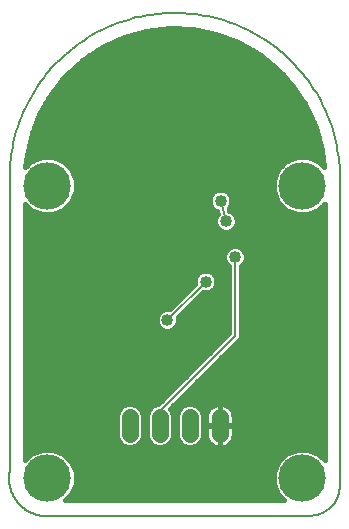
<source format=gbl>
G75*
%MOIN*%
%OFA0B0*%
%FSLAX25Y25*%
%IPPOS*%
%LPD*%
%AMOC8*
5,1,8,0,0,1.08239X$1,22.5*
%
%ADD10C,0.00500*%
%ADD11C,0.05543*%
%ADD12C,0.15811*%
%ADD13C,0.01600*%
%ADD14C,0.04000*%
%ADD15C,0.00700*%
D10*
X0001800Y0016800D02*
X0001800Y0116800D01*
X0001877Y0118139D01*
X0001987Y0119475D01*
X0002129Y0120808D01*
X0002304Y0122137D01*
X0002511Y0123462D01*
X0002750Y0124781D01*
X0003021Y0126095D01*
X0003324Y0127401D01*
X0003659Y0128699D01*
X0004026Y0129989D01*
X0004423Y0131269D01*
X0004852Y0132540D01*
X0005312Y0133799D01*
X0005802Y0135047D01*
X0006322Y0136283D01*
X0006872Y0137505D01*
X0007452Y0138714D01*
X0008061Y0139909D01*
X0008699Y0141088D01*
X0009366Y0142251D01*
X0010061Y0143398D01*
X0010783Y0144528D01*
X0011533Y0145639D01*
X0012309Y0146732D01*
X0013112Y0147806D01*
X0013941Y0148860D01*
X0014795Y0149893D01*
X0015675Y0150906D01*
X0016578Y0151896D01*
X0017506Y0152865D01*
X0018456Y0153810D01*
X0019430Y0154732D01*
X0020426Y0155630D01*
X0021443Y0156504D01*
X0022481Y0157352D01*
X0023539Y0158175D01*
X0024618Y0158972D01*
X0025715Y0159742D01*
X0026831Y0160486D01*
X0027964Y0161202D01*
X0029115Y0161890D01*
X0030282Y0162550D01*
X0031465Y0163182D01*
X0032663Y0163784D01*
X0033875Y0164357D01*
X0035101Y0164901D01*
X0036339Y0165414D01*
X0037590Y0165897D01*
X0038852Y0166349D01*
X0040125Y0166771D01*
X0041408Y0167162D01*
X0042699Y0167521D01*
X0044000Y0167848D01*
X0045307Y0168144D01*
X0046622Y0168408D01*
X0047943Y0168640D01*
X0049268Y0168839D01*
X0050599Y0169007D01*
X0051933Y0169141D01*
X0053270Y0169244D01*
X0054609Y0169313D01*
X0055949Y0169350D01*
X0057290Y0169355D01*
X0058630Y0169327D01*
X0059970Y0169266D01*
X0061307Y0169172D01*
X0062642Y0169046D01*
X0063973Y0168888D01*
X0065300Y0168697D01*
X0066623Y0168474D01*
X0067939Y0168218D01*
X0069248Y0167931D01*
X0070551Y0167612D01*
X0071845Y0167262D01*
X0073130Y0166879D01*
X0074406Y0166466D01*
X0075671Y0166022D01*
X0076925Y0165547D01*
X0078167Y0165042D01*
X0079396Y0164507D01*
X0080612Y0163941D01*
X0081813Y0163347D01*
X0083000Y0162723D01*
X0084172Y0162071D01*
X0085327Y0161390D01*
X0086465Y0160682D01*
X0087586Y0159945D01*
X0088688Y0159182D01*
X0089772Y0158392D01*
X0090836Y0157576D01*
X0091879Y0156735D01*
X0092902Y0155868D01*
X0093904Y0154977D01*
X0094883Y0154061D01*
X0095840Y0153122D01*
X0096774Y0152160D01*
X0097684Y0151175D01*
X0098570Y0150169D01*
X0099431Y0149141D01*
X0100267Y0148092D01*
X0101077Y0147024D01*
X0101860Y0145936D01*
X0102617Y0144829D01*
X0103347Y0143705D01*
X0104049Y0142562D01*
X0104724Y0141403D01*
X0105369Y0140228D01*
X0105986Y0139038D01*
X0106574Y0137833D01*
X0107133Y0136614D01*
X0107661Y0135382D01*
X0108159Y0134137D01*
X0108627Y0132880D01*
X0109064Y0131613D01*
X0109470Y0130335D01*
X0109845Y0129048D01*
X0110188Y0127752D01*
X0110500Y0126447D01*
X0110780Y0125136D01*
X0111028Y0123819D01*
X0111244Y0122495D01*
X0111427Y0121167D01*
X0111578Y0119835D01*
X0111697Y0118499D01*
X0111783Y0117161D01*
X0111836Y0115821D01*
X0111857Y0114481D01*
X0111845Y0113140D01*
X0111800Y0111800D01*
X0111800Y0011800D01*
X0111797Y0011558D01*
X0111788Y0011317D01*
X0111774Y0011076D01*
X0111753Y0010835D01*
X0111727Y0010595D01*
X0111695Y0010355D01*
X0111657Y0010116D01*
X0111614Y0009879D01*
X0111564Y0009642D01*
X0111509Y0009407D01*
X0111449Y0009173D01*
X0111382Y0008941D01*
X0111311Y0008710D01*
X0111233Y0008481D01*
X0111150Y0008254D01*
X0111062Y0008029D01*
X0110968Y0007806D01*
X0110869Y0007586D01*
X0110764Y0007368D01*
X0110655Y0007153D01*
X0110540Y0006940D01*
X0110420Y0006730D01*
X0110295Y0006524D01*
X0110165Y0006320D01*
X0110030Y0006119D01*
X0109890Y0005922D01*
X0109746Y0005728D01*
X0109597Y0005538D01*
X0109443Y0005352D01*
X0109285Y0005169D01*
X0109123Y0004990D01*
X0108956Y0004815D01*
X0108785Y0004644D01*
X0108610Y0004477D01*
X0108431Y0004315D01*
X0108248Y0004157D01*
X0108062Y0004003D01*
X0107872Y0003854D01*
X0107678Y0003710D01*
X0107481Y0003570D01*
X0107280Y0003435D01*
X0107076Y0003305D01*
X0106870Y0003180D01*
X0106660Y0003060D01*
X0106447Y0002945D01*
X0106232Y0002836D01*
X0106014Y0002731D01*
X0105794Y0002632D01*
X0105571Y0002538D01*
X0105346Y0002450D01*
X0105119Y0002367D01*
X0104890Y0002289D01*
X0104659Y0002218D01*
X0104427Y0002151D01*
X0104193Y0002091D01*
X0103958Y0002036D01*
X0103721Y0001986D01*
X0103484Y0001943D01*
X0103245Y0001905D01*
X0103005Y0001873D01*
X0102765Y0001847D01*
X0102524Y0001826D01*
X0102283Y0001812D01*
X0102042Y0001803D01*
X0101800Y0001800D01*
X0011800Y0001800D01*
X0011499Y0001864D01*
X0011199Y0001935D01*
X0010901Y0002013D01*
X0010605Y0002099D01*
X0010311Y0002192D01*
X0010020Y0002292D01*
X0009731Y0002399D01*
X0009445Y0002513D01*
X0009161Y0002634D01*
X0008881Y0002761D01*
X0008604Y0002895D01*
X0008330Y0003036D01*
X0008059Y0003184D01*
X0007793Y0003338D01*
X0007530Y0003498D01*
X0007271Y0003665D01*
X0007016Y0003838D01*
X0006765Y0004017D01*
X0006519Y0004202D01*
X0006277Y0004393D01*
X0006040Y0004590D01*
X0005808Y0004792D01*
X0005581Y0005000D01*
X0005358Y0005214D01*
X0005141Y0005433D01*
X0004930Y0005656D01*
X0004724Y0005885D01*
X0004523Y0006119D01*
X0004328Y0006358D01*
X0004139Y0006601D01*
X0003956Y0006849D01*
X0003779Y0007101D01*
X0003608Y0007357D01*
X0003444Y0007618D01*
X0003285Y0007882D01*
X0003134Y0008150D01*
X0002988Y0008422D01*
X0002849Y0008697D01*
X0002717Y0008975D01*
X0002592Y0009256D01*
X0002474Y0009541D01*
X0002362Y0009828D01*
X0002258Y0010118D01*
X0002160Y0010410D01*
X0002070Y0010704D01*
X0001986Y0011001D01*
X0001910Y0011300D01*
X0001841Y0011600D01*
X0001780Y0011902D01*
X0001725Y0012205D01*
X0001678Y0012509D01*
X0001639Y0012815D01*
X0001607Y0013121D01*
X0001582Y0013428D01*
X0001564Y0013736D01*
X0001555Y0014044D01*
X0001552Y0014352D01*
X0001557Y0014660D01*
X0001569Y0014968D01*
X0001589Y0015275D01*
X0001617Y0015582D01*
X0001651Y0015888D01*
X0001693Y0016193D01*
X0001743Y0016497D01*
X0001800Y0016800D01*
D11*
X0041800Y0029028D02*
X0041800Y0034572D01*
X0051800Y0034572D02*
X0051800Y0029028D01*
X0061800Y0029028D02*
X0061800Y0034572D01*
X0071800Y0034572D02*
X0071800Y0029028D01*
D12*
X0099300Y0014300D03*
X0099300Y0111800D03*
X0014300Y0111800D03*
X0014300Y0014300D03*
D13*
X0020293Y0006850D02*
X0093307Y0006850D01*
X0091242Y0008916D01*
X0089794Y0012409D01*
X0089794Y0016191D01*
X0091242Y0019684D01*
X0093916Y0022358D01*
X0097409Y0023805D01*
X0101191Y0023805D01*
X0104684Y0022358D01*
X0106750Y0020293D01*
X0106750Y0105807D01*
X0104684Y0103742D01*
X0101191Y0102294D01*
X0097409Y0102294D01*
X0093916Y0103742D01*
X0091242Y0106416D01*
X0089794Y0109909D01*
X0089794Y0113691D01*
X0091242Y0117184D01*
X0093916Y0119858D01*
X0097409Y0121305D01*
X0101191Y0121305D01*
X0104684Y0119858D01*
X0106551Y0117992D01*
X0105905Y0123754D01*
X0103822Y0131319D01*
X0100580Y0138465D01*
X0096261Y0145017D01*
X0096261Y0145017D01*
X0090970Y0150812D01*
X0084838Y0155707D01*
X0078015Y0159584D01*
X0070670Y0162345D01*
X0062983Y0163923D01*
X0055144Y0164279D01*
X0047346Y0163405D01*
X0039781Y0161322D01*
X0032635Y0158080D01*
X0026083Y0153761D01*
X0020288Y0148470D01*
X0015393Y0142338D01*
X0011516Y0135515D01*
X0008755Y0128170D01*
X0007177Y0120483D01*
X0006958Y0117900D01*
X0008916Y0119858D01*
X0012409Y0121305D01*
X0016191Y0121305D01*
X0019684Y0119858D01*
X0022358Y0117184D01*
X0023805Y0113691D01*
X0023805Y0109909D01*
X0022358Y0106416D01*
X0019684Y0103742D01*
X0016191Y0102294D01*
X0012409Y0102294D01*
X0008916Y0103742D01*
X0006850Y0105807D01*
X0006850Y0020293D01*
X0008916Y0022358D01*
X0012409Y0023805D01*
X0016191Y0023805D01*
X0019684Y0022358D01*
X0022358Y0019684D01*
X0023805Y0016191D01*
X0023805Y0012409D01*
X0022358Y0008916D01*
X0020293Y0006850D01*
X0021637Y0008194D02*
X0091963Y0008194D01*
X0090878Y0009793D02*
X0022722Y0009793D01*
X0023384Y0011391D02*
X0090216Y0011391D01*
X0089794Y0012990D02*
X0023805Y0012990D01*
X0023805Y0014588D02*
X0089794Y0014588D01*
X0089794Y0016187D02*
X0023805Y0016187D01*
X0023145Y0017785D02*
X0090455Y0017785D01*
X0091117Y0019384D02*
X0022483Y0019384D01*
X0021061Y0020982D02*
X0092539Y0020982D01*
X0094452Y0022581D02*
X0019148Y0022581D01*
X0009452Y0022581D02*
X0006850Y0022581D01*
X0006850Y0024179D02*
X0106750Y0024179D01*
X0106750Y0022581D02*
X0104148Y0022581D01*
X0106061Y0020982D02*
X0106750Y0020982D01*
X0106750Y0025778D02*
X0075015Y0025778D01*
X0074778Y0025541D02*
X0075287Y0026050D01*
X0075710Y0026632D01*
X0076037Y0027273D01*
X0076259Y0027958D01*
X0076372Y0028669D01*
X0076372Y0031714D01*
X0071886Y0031714D01*
X0071886Y0031886D01*
X0076372Y0031886D01*
X0076372Y0034931D01*
X0076259Y0035642D01*
X0076037Y0036327D01*
X0075710Y0036968D01*
X0075287Y0037550D01*
X0074778Y0038059D01*
X0074196Y0038482D01*
X0073555Y0038808D01*
X0072871Y0039031D01*
X0072160Y0039143D01*
X0071886Y0039143D01*
X0071886Y0031886D01*
X0071714Y0031886D01*
X0071714Y0039143D01*
X0071440Y0039143D01*
X0070729Y0039031D01*
X0070045Y0038808D01*
X0069404Y0038482D01*
X0068822Y0038059D01*
X0068313Y0037550D01*
X0067890Y0036968D01*
X0067563Y0036327D01*
X0067341Y0035642D01*
X0067228Y0034931D01*
X0067228Y0031886D01*
X0071714Y0031886D01*
X0071714Y0031714D01*
X0071886Y0031714D01*
X0071886Y0024457D01*
X0072160Y0024457D01*
X0072871Y0024569D01*
X0073555Y0024792D01*
X0074196Y0025118D01*
X0074778Y0025541D01*
X0076070Y0027376D02*
X0106750Y0027376D01*
X0106750Y0028975D02*
X0076372Y0028975D01*
X0076372Y0030573D02*
X0106750Y0030573D01*
X0106750Y0032172D02*
X0076372Y0032172D01*
X0076372Y0033770D02*
X0106750Y0033770D01*
X0106750Y0035369D02*
X0076302Y0035369D01*
X0075710Y0036967D02*
X0106750Y0036967D01*
X0106750Y0038566D02*
X0074031Y0038566D01*
X0071886Y0038566D02*
X0071714Y0038566D01*
X0071714Y0036967D02*
X0071886Y0036967D01*
X0071886Y0035369D02*
X0071714Y0035369D01*
X0071714Y0033770D02*
X0071886Y0033770D01*
X0071886Y0032172D02*
X0071714Y0032172D01*
X0071714Y0031714D02*
X0067228Y0031714D01*
X0067228Y0028669D01*
X0067341Y0027958D01*
X0067563Y0027273D01*
X0067890Y0026632D01*
X0068313Y0026050D01*
X0068822Y0025541D01*
X0069404Y0025118D01*
X0070045Y0024792D01*
X0070729Y0024569D01*
X0071440Y0024457D01*
X0071714Y0024457D01*
X0071714Y0031714D01*
X0071714Y0030573D02*
X0071886Y0030573D01*
X0071886Y0028975D02*
X0071714Y0028975D01*
X0071714Y0027376D02*
X0071886Y0027376D01*
X0071886Y0025778D02*
X0071714Y0025778D01*
X0068585Y0025778D02*
X0064732Y0025778D01*
X0064276Y0025322D02*
X0065506Y0026552D01*
X0066172Y0028159D01*
X0066172Y0035441D01*
X0065506Y0037048D01*
X0064276Y0038278D01*
X0062670Y0038943D01*
X0060930Y0038943D01*
X0059324Y0038278D01*
X0058094Y0037048D01*
X0057428Y0035441D01*
X0057428Y0028159D01*
X0058094Y0026552D01*
X0059324Y0025322D01*
X0060930Y0024657D01*
X0062670Y0024657D01*
X0064276Y0025322D01*
X0065847Y0027376D02*
X0067530Y0027376D01*
X0067228Y0028975D02*
X0066172Y0028975D01*
X0066172Y0030573D02*
X0067228Y0030573D01*
X0067228Y0032172D02*
X0066172Y0032172D01*
X0066172Y0033770D02*
X0067228Y0033770D01*
X0067298Y0035369D02*
X0066172Y0035369D01*
X0065540Y0036967D02*
X0067890Y0036967D01*
X0069569Y0038566D02*
X0063581Y0038566D01*
X0061119Y0043361D02*
X0106750Y0043361D01*
X0106750Y0041763D02*
X0059520Y0041763D01*
X0057922Y0040164D02*
X0106750Y0040164D01*
X0106750Y0044960D02*
X0062718Y0044960D01*
X0064316Y0046558D02*
X0106750Y0046558D01*
X0106750Y0048157D02*
X0065915Y0048157D01*
X0067513Y0049755D02*
X0106750Y0049755D01*
X0106750Y0051354D02*
X0069112Y0051354D01*
X0070710Y0052952D02*
X0106750Y0052952D01*
X0106750Y0054551D02*
X0072309Y0054551D01*
X0073907Y0056149D02*
X0106750Y0056149D01*
X0106750Y0057748D02*
X0075506Y0057748D01*
X0077104Y0059346D02*
X0106750Y0059346D01*
X0106750Y0060945D02*
X0078703Y0060945D01*
X0078750Y0060992D02*
X0078750Y0084961D01*
X0078839Y0084998D01*
X0079852Y0086011D01*
X0080400Y0087334D01*
X0080400Y0088766D01*
X0079852Y0090089D01*
X0078839Y0091102D01*
X0077516Y0091650D01*
X0076084Y0091650D01*
X0074761Y0091102D01*
X0073748Y0090089D01*
X0073200Y0088766D01*
X0073200Y0087334D01*
X0073748Y0086011D01*
X0074761Y0084998D01*
X0074850Y0084961D01*
X0074850Y0062608D01*
X0051242Y0039000D01*
X0051186Y0038943D01*
X0050930Y0038943D01*
X0049324Y0038278D01*
X0048094Y0037048D01*
X0047428Y0035441D01*
X0047428Y0028159D01*
X0048094Y0026552D01*
X0049324Y0025322D01*
X0050930Y0024657D01*
X0052670Y0024657D01*
X0054276Y0025322D01*
X0055506Y0026552D01*
X0056172Y0028159D01*
X0056172Y0035441D01*
X0055506Y0037048D01*
X0055156Y0037398D01*
X0078750Y0060992D01*
X0078750Y0062543D02*
X0106750Y0062543D01*
X0106750Y0064142D02*
X0078750Y0064142D01*
X0078750Y0065740D02*
X0106750Y0065740D01*
X0106750Y0067339D02*
X0078750Y0067339D01*
X0078750Y0068937D02*
X0106750Y0068937D01*
X0106750Y0070536D02*
X0078750Y0070536D01*
X0078750Y0072134D02*
X0106750Y0072134D01*
X0106750Y0073733D02*
X0078750Y0073733D01*
X0078750Y0075332D02*
X0106750Y0075332D01*
X0106750Y0076930D02*
X0078750Y0076930D01*
X0078750Y0078529D02*
X0106750Y0078529D01*
X0106750Y0080127D02*
X0078750Y0080127D01*
X0078750Y0081726D02*
X0106750Y0081726D01*
X0106750Y0083324D02*
X0078750Y0083324D01*
X0078750Y0084923D02*
X0106750Y0084923D01*
X0106750Y0086521D02*
X0080063Y0086521D01*
X0080400Y0088120D02*
X0106750Y0088120D01*
X0106750Y0089718D02*
X0080006Y0089718D01*
X0078321Y0091317D02*
X0106750Y0091317D01*
X0106750Y0092915D02*
X0006850Y0092915D01*
X0006850Y0091317D02*
X0075279Y0091317D01*
X0073594Y0089718D02*
X0006850Y0089718D01*
X0006850Y0088120D02*
X0073200Y0088120D01*
X0073537Y0086521D02*
X0006850Y0086521D01*
X0006850Y0084923D02*
X0074850Y0084923D01*
X0074850Y0083324D02*
X0067949Y0083324D01*
X0067766Y0083400D02*
X0066334Y0083400D01*
X0065011Y0082852D01*
X0063998Y0081839D01*
X0063450Y0080516D01*
X0063450Y0079084D01*
X0063487Y0078995D01*
X0055105Y0070613D01*
X0055016Y0070650D01*
X0053584Y0070650D01*
X0052261Y0070102D01*
X0051248Y0069089D01*
X0050700Y0067766D01*
X0050700Y0066334D01*
X0051248Y0065011D01*
X0052261Y0063998D01*
X0053584Y0063450D01*
X0055016Y0063450D01*
X0056339Y0063998D01*
X0057352Y0065011D01*
X0057900Y0066334D01*
X0057900Y0067766D01*
X0057863Y0067855D01*
X0066245Y0076237D01*
X0066334Y0076200D01*
X0067766Y0076200D01*
X0069089Y0076748D01*
X0070102Y0077761D01*
X0070650Y0079084D01*
X0070650Y0080516D01*
X0070102Y0081839D01*
X0069089Y0082852D01*
X0067766Y0083400D01*
X0066151Y0083324D02*
X0006850Y0083324D01*
X0006850Y0081726D02*
X0063951Y0081726D01*
X0063450Y0080127D02*
X0006850Y0080127D01*
X0006850Y0078529D02*
X0063021Y0078529D01*
X0061422Y0076930D02*
X0006850Y0076930D01*
X0006850Y0075332D02*
X0059824Y0075332D01*
X0058225Y0073733D02*
X0006850Y0073733D01*
X0006850Y0072134D02*
X0056627Y0072134D01*
X0058945Y0068937D02*
X0074850Y0068937D01*
X0074850Y0067339D02*
X0057900Y0067339D01*
X0057654Y0065740D02*
X0074850Y0065740D01*
X0074850Y0064142D02*
X0056483Y0064142D01*
X0052117Y0064142D02*
X0006850Y0064142D01*
X0006850Y0065740D02*
X0050946Y0065740D01*
X0050700Y0067339D02*
X0006850Y0067339D01*
X0006850Y0068937D02*
X0051185Y0068937D01*
X0053309Y0070536D02*
X0006850Y0070536D01*
X0006850Y0062543D02*
X0074786Y0062543D01*
X0073187Y0060945D02*
X0006850Y0060945D01*
X0006850Y0059346D02*
X0071589Y0059346D01*
X0069990Y0057748D02*
X0006850Y0057748D01*
X0006850Y0056149D02*
X0068392Y0056149D01*
X0066793Y0054551D02*
X0006850Y0054551D01*
X0006850Y0052952D02*
X0065195Y0052952D01*
X0063596Y0051354D02*
X0006850Y0051354D01*
X0006850Y0049755D02*
X0061998Y0049755D01*
X0060399Y0048157D02*
X0006850Y0048157D01*
X0006850Y0046558D02*
X0058801Y0046558D01*
X0057202Y0044960D02*
X0006850Y0044960D01*
X0006850Y0043361D02*
X0055604Y0043361D01*
X0054005Y0041763D02*
X0006850Y0041763D01*
X0006850Y0040164D02*
X0052407Y0040164D01*
X0050019Y0038566D02*
X0043581Y0038566D01*
X0044276Y0038278D02*
X0042670Y0038943D01*
X0040930Y0038943D01*
X0039324Y0038278D01*
X0038094Y0037048D01*
X0037428Y0035441D01*
X0037428Y0028159D01*
X0038094Y0026552D01*
X0039324Y0025322D01*
X0040930Y0024657D01*
X0042670Y0024657D01*
X0044276Y0025322D01*
X0045506Y0026552D01*
X0046172Y0028159D01*
X0046172Y0035441D01*
X0045506Y0037048D01*
X0044276Y0038278D01*
X0045540Y0036967D02*
X0048060Y0036967D01*
X0047428Y0035369D02*
X0046172Y0035369D01*
X0046172Y0033770D02*
X0047428Y0033770D01*
X0047428Y0032172D02*
X0046172Y0032172D01*
X0046172Y0030573D02*
X0047428Y0030573D01*
X0047428Y0028975D02*
X0046172Y0028975D01*
X0045847Y0027376D02*
X0047752Y0027376D01*
X0048868Y0025778D02*
X0044732Y0025778D01*
X0038868Y0025778D02*
X0006850Y0025778D01*
X0006850Y0027376D02*
X0037752Y0027376D01*
X0037428Y0028975D02*
X0006850Y0028975D01*
X0006850Y0030573D02*
X0037428Y0030573D01*
X0037428Y0032172D02*
X0006850Y0032172D01*
X0006850Y0033770D02*
X0037428Y0033770D01*
X0037428Y0035369D02*
X0006850Y0035369D01*
X0006850Y0036967D02*
X0038060Y0036967D01*
X0040019Y0038566D02*
X0006850Y0038566D01*
X0006850Y0020982D02*
X0007539Y0020982D01*
X0054732Y0025778D02*
X0058868Y0025778D01*
X0057752Y0027376D02*
X0055847Y0027376D01*
X0056172Y0028975D02*
X0057428Y0028975D01*
X0057428Y0030573D02*
X0056172Y0030573D01*
X0056172Y0032172D02*
X0057428Y0032172D01*
X0057428Y0033770D02*
X0056172Y0033770D01*
X0056172Y0035369D02*
X0057428Y0035369D01*
X0058060Y0036967D02*
X0055540Y0036967D01*
X0056323Y0038566D02*
X0060019Y0038566D01*
X0060544Y0070536D02*
X0074850Y0070536D01*
X0074850Y0072134D02*
X0062142Y0072134D01*
X0063741Y0073733D02*
X0074850Y0073733D01*
X0074850Y0075332D02*
X0065339Y0075332D01*
X0069271Y0076930D02*
X0074850Y0076930D01*
X0074850Y0078529D02*
X0070420Y0078529D01*
X0070650Y0080127D02*
X0074850Y0080127D01*
X0074850Y0081726D02*
X0070149Y0081726D01*
X0073084Y0096450D02*
X0071761Y0096998D01*
X0070748Y0098011D01*
X0070200Y0099334D01*
X0070200Y0100766D01*
X0070748Y0102089D01*
X0071152Y0102493D01*
X0070925Y0103369D01*
X0070011Y0103748D01*
X0068998Y0104761D01*
X0068450Y0106084D01*
X0068450Y0107516D01*
X0068998Y0108839D01*
X0070011Y0109852D01*
X0071334Y0110400D01*
X0072766Y0110400D01*
X0074089Y0109852D01*
X0075102Y0108839D01*
X0075650Y0107516D01*
X0075650Y0106084D01*
X0075102Y0104761D01*
X0074698Y0104357D01*
X0074925Y0103481D01*
X0075839Y0103102D01*
X0076852Y0102089D01*
X0077400Y0100766D01*
X0077400Y0099334D01*
X0076852Y0098011D01*
X0075839Y0096998D01*
X0074516Y0096450D01*
X0073084Y0096450D01*
X0071048Y0097711D02*
X0006850Y0097711D01*
X0006850Y0099309D02*
X0070210Y0099309D01*
X0070259Y0100908D02*
X0006850Y0100908D01*
X0006850Y0102506D02*
X0011898Y0102506D01*
X0008552Y0104105D02*
X0006850Y0104105D01*
X0006850Y0105703D02*
X0006954Y0105703D01*
X0006850Y0096112D02*
X0106750Y0096112D01*
X0106750Y0094514D02*
X0006850Y0094514D01*
X0016702Y0102506D02*
X0071149Y0102506D01*
X0069654Y0104105D02*
X0020048Y0104105D01*
X0021646Y0105703D02*
X0068608Y0105703D01*
X0068450Y0107302D02*
X0022725Y0107302D01*
X0023388Y0108900D02*
X0069059Y0108900D01*
X0074763Y0104105D02*
X0093552Y0104105D01*
X0091954Y0105703D02*
X0075492Y0105703D01*
X0075650Y0107302D02*
X0090875Y0107302D01*
X0090212Y0108900D02*
X0075041Y0108900D01*
X0076435Y0102506D02*
X0096898Y0102506D01*
X0101702Y0102506D02*
X0106750Y0102506D01*
X0106750Y0100908D02*
X0077341Y0100908D01*
X0077390Y0099309D02*
X0106750Y0099309D01*
X0106750Y0097711D02*
X0076552Y0097711D01*
X0089794Y0110499D02*
X0023805Y0110499D01*
X0023805Y0112097D02*
X0089794Y0112097D01*
X0089797Y0113696D02*
X0023803Y0113696D01*
X0023141Y0115294D02*
X0090459Y0115294D01*
X0091121Y0116893D02*
X0022479Y0116893D01*
X0021051Y0118491D02*
X0092548Y0118491D01*
X0094474Y0120090D02*
X0019126Y0120090D01*
X0010525Y0132878D02*
X0103115Y0132878D01*
X0103833Y0131279D02*
X0009924Y0131279D01*
X0009323Y0129681D02*
X0104273Y0129681D01*
X0104713Y0128082D02*
X0008737Y0128082D01*
X0008409Y0126484D02*
X0105153Y0126484D01*
X0105593Y0124885D02*
X0008081Y0124885D01*
X0007753Y0123287D02*
X0105957Y0123287D01*
X0106137Y0121688D02*
X0007424Y0121688D01*
X0007144Y0120090D02*
X0009474Y0120090D01*
X0007549Y0118491D02*
X0007008Y0118491D01*
X0011126Y0134476D02*
X0102390Y0134476D01*
X0101664Y0136075D02*
X0011835Y0136075D01*
X0012743Y0137673D02*
X0100939Y0137673D01*
X0100048Y0139272D02*
X0013651Y0139272D01*
X0014559Y0140870D02*
X0098995Y0140870D01*
X0097941Y0142469D02*
X0015498Y0142469D01*
X0016774Y0144068D02*
X0096887Y0144068D01*
X0095668Y0145666D02*
X0018050Y0145666D01*
X0019326Y0147265D02*
X0094209Y0147265D01*
X0092749Y0148863D02*
X0020719Y0148863D01*
X0022470Y0150462D02*
X0091290Y0150462D01*
X0089406Y0152060D02*
X0024220Y0152060D01*
X0025971Y0153659D02*
X0087404Y0153659D01*
X0085402Y0155257D02*
X0028353Y0155257D01*
X0030777Y0156856D02*
X0082817Y0156856D01*
X0080003Y0158454D02*
X0033459Y0158454D01*
X0036983Y0160053D02*
X0076767Y0160053D01*
X0072515Y0161651D02*
X0040978Y0161651D01*
X0046782Y0163250D02*
X0066263Y0163250D01*
X0104126Y0120090D02*
X0106316Y0120090D01*
X0106495Y0118491D02*
X0106051Y0118491D01*
X0106646Y0105703D02*
X0106750Y0105703D01*
X0106750Y0104105D02*
X0105048Y0104105D01*
D14*
X0094800Y0085800D03*
X0076800Y0088050D03*
X0073800Y0100050D03*
X0072050Y0106800D03*
X0059550Y0094800D03*
X0067050Y0079800D03*
X0054300Y0067050D03*
X0054300Y0061800D03*
D15*
X0054300Y0067050D02*
X0067050Y0079800D01*
X0076800Y0088050D02*
X0076800Y0061800D01*
X0052050Y0037050D01*
X0052050Y0031800D01*
X0051800Y0031800D01*
X0073800Y0100050D02*
X0072050Y0106800D01*
M02*

</source>
